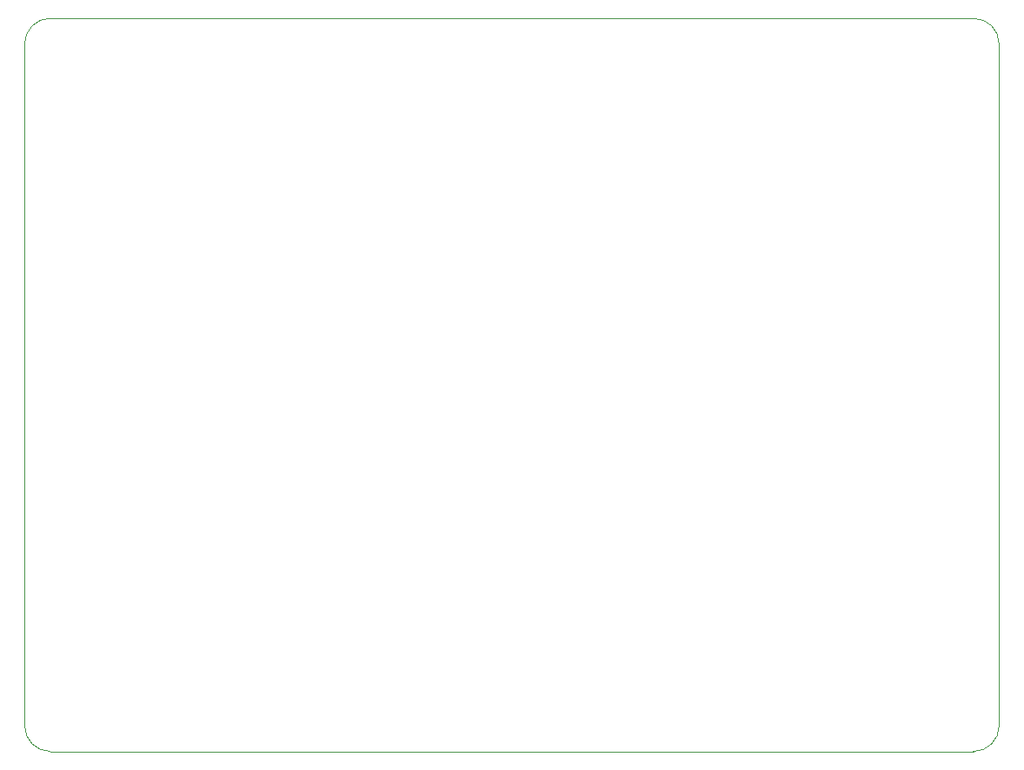
<source format=gbr>
%TF.GenerationSoftware,KiCad,Pcbnew,8.0.6*%
%TF.CreationDate,2025-02-12T15:56:17-05:00*%
%TF.ProjectId,PCB,5043422e-6b69-4636-9164-5f7063625858,rev?*%
%TF.SameCoordinates,Original*%
%TF.FileFunction,Profile,NP*%
%FSLAX46Y46*%
G04 Gerber Fmt 4.6, Leading zero omitted, Abs format (unit mm)*
G04 Created by KiCad (PCBNEW 8.0.6) date 2025-02-12 15:56:17*
%MOMM*%
%LPD*%
G01*
G04 APERTURE LIST*
%TA.AperFunction,Profile*%
%ADD10C,0.050000*%
%TD*%
G04 APERTURE END LIST*
D10*
X23500000Y-26000000D02*
G75*
G02*
X26000000Y-23500000I2500000J0D01*
G01*
X118500000Y-92500000D02*
G75*
G02*
X116000000Y-95000000I-2500000J0D01*
G01*
X26000000Y-95000000D02*
G75*
G02*
X23500000Y-92500000I0J2500000D01*
G01*
X116000000Y-23500000D02*
G75*
G02*
X118500000Y-26000000I0J-2500000D01*
G01*
X116000000Y-23500000D02*
X26000000Y-23500000D01*
X116000000Y-95000000D02*
X26000000Y-95000000D01*
X23500000Y-92500000D02*
X23500000Y-26000000D01*
X118500000Y-26000000D02*
X118500000Y-92500000D01*
M02*

</source>
